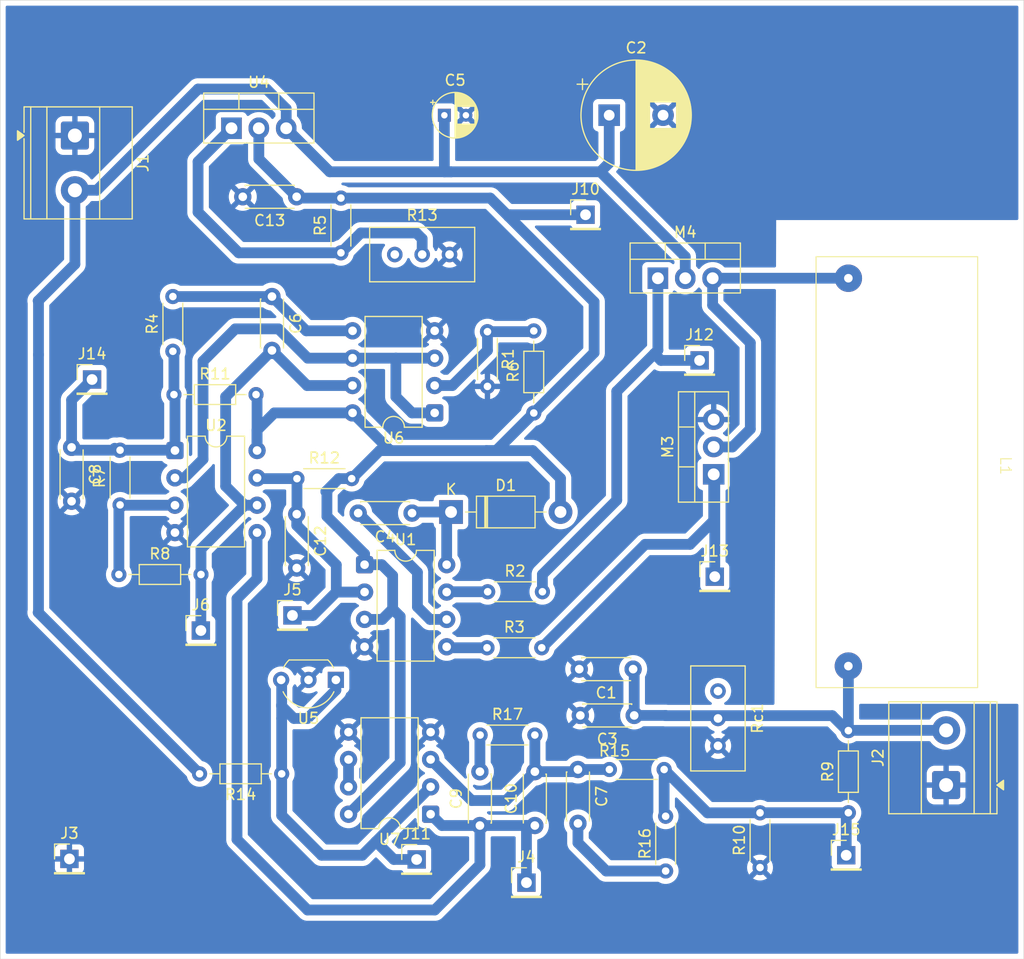
<source format=kicad_pcb>
(kicad_pcb (version 20241229) (generator "pcbnew") (generator_version "9.0")
  (layers (0 "F.Cu" signal) (2 "B.Cu" signal) (13 "F.Paste" user) (15 "B.Paste" user) (5 "F.SilkS" user "F.Silkscreen") (7 "B.SilkS" user "B.Silkscreen") (1 "F.Mask" user) (3 "B.Mask" user) (25 "Edge.Cuts" user))
  (net 0 "")
  (net 1 "GND")
  (net 2 "Vin")
  (net 3 "Vg1")
  (net 4 "HO")
  (net 5 "Vout")
  (net 6 "Net-(C9-Pad2)")
  (net 7 "sampling")
  (net 8 "Net-(C7-Pad2)")
  (net 9 "VCCPWM")
  (net 10 "pwm")
  (net 11 "cuadrada")
  (net 12 "Net-(U2A-+)")
  (net 13 "Triangular")
  (net 14 "LO")
  (net 15 "Vg2")
  (net 16 "Net-(U1-VS)")
  (net 17 "Net-(D1-K)")
  (net 18 "error")
  (net 19 "Net-(U2A--)")
  (net 20 "Vref")
  (net 21 "Vd")
  (net 22 "Net-(U4-ADJ)")
  (net 23 "Net-(U7A-+)")
  (net 24 "Net-(U6A--)")
  (net 25 "Net-(U7B--)")
  (net 26 "Net-(U6B-+)")
  (footprint "Package_TO_SOT_THT:TO-220-3_Vertical" (layer "F.Cu") (at 159.52 83.6)
    (property "Reference" "M4" (at 2.54 -4.27 0) (layer "F.SilkS"))
    (property "Value" "IRFZ44N")
    (pad "1" thru_hole rect (at 0 0) (size 1.905 2) (drill 1.1) (layers "*.Cu" "*.Mask") (net 3 "Vg1"))
    (pad "2" thru_hole oval (at 2.54 0) (size 1.905 2) (drill 1.1) (layers "*.Cu" "*.Mask") (net 2 "Vin"))
    (pad "3" thru_hole oval (at 5.08 0) (size 1.905 2) (drill 1.1) (layers "*.Cu" "*.Mask") (net 21 "Vd"))
  )
  (footprint "Capacitor_THT:CP_Radial_D10.0mm_P5.00mm" (layer "F.Cu") (at 155 68.467677)
    (property "Reference" "C2" (at 2.5 -6.25 0) (layer "F.SilkS"))
    (property "Value" "470u")
    (pad "1" thru_hole rect (at 0 0) (size 2 2) (drill 1) (layers "*.Cu" "*.Mask") (net 2 "Vin"))
    (pad "2" thru_hole circle (at 5 0) (size 2 2) (drill 1) (layers "*.Cu" "*.Mask") (net 1 "GND"))
  )
  (footprint "Capacitor_THT:C_Disc_D4.3mm_W1.9mm_P5.00mm" (layer "F.Cu") (at 126 105.5 -90)
    (property "Reference" "C12" (at 2.5 -2.2 90) (layer "F.SilkS"))
    (property "Value" "15p")
    (pad "1" thru_hole circle (at 0 0 270) (size 1.6 1.6) (drill 0.8) (layers "*.Cu" "*.Mask") (net 10 "pwm"))
    (pad "2" thru_hole circle (at 5 0 270) (size 1.6 1.6) (drill 0.8) (layers "*.Cu" "*.Mask") (net 1 "GND"))
  )
  (footprint "Capacitor_THT:C_Disc_D4.3mm_W1.9mm_P5.00mm" (layer "F.Cu") (at 157.220601 119.882332 180)
    (property "Reference" "C1" (at 2.5 -2.2 0) (layer "F.SilkS"))
    (property "Value" "10u")
    (pad "1" thru_hole circle (at 0 0 180) (size 1.6 1.6) (drill 0.8) (layers "*.Cu" "*.Mask") (net 5 "Vout"))
    (pad "2" thru_hole circle (at 5 0 180) (size 1.6 1.6) (drill 0.8) (layers "*.Cu" "*.Mask") (net 1 "GND"))
  )
  (footprint "Resistor_THT:R_Axial_DIN0204_L3.6mm_D1.6mm_P5.08mm_Horizontal" (layer "F.Cu") (at 169 138.3 90)
    (property "Reference" "R10" (at 2.54 -1.92 90) (layer "F.SilkS"))
    (property "Value" "5.6k")
    (pad "1" thru_hole circle (at 0 0 90) (size 1.4 1.4) (drill 0.7) (layers "*.Cu" "*.Mask") (net 1 "GND"))
    (pad "2" thru_hole oval (at 5.08 0 90) (size 1.4 1.4) (drill 0.7) (layers "*.Cu" "*.Mask") (net 7 "sampling"))
  )
  (footprint "Package_TO_SOT_THT:TO-220-3_Vertical" (layer "F.Cu") (at 119.94 69.68)
    (property "Reference" "U4" (at 2.54 -4.27 0) (layer "F.SilkS"))
    (property "Value" "LM317_TO-220")
    (pad "1" thru_hole rect (at 0 0) (size 1.905 2) (drill 1.1) (layers "*.Cu" "*.Mask") (net 22 "Net-(U4-ADJ)"))
    (pad "2" thru_hole oval (at 2.54 0) (size 1.905 2) (drill 1.1) (layers "*.Cu" "*.Mask") (net 9 "VCCPWM"))
    (pad "3" thru_hole oval (at 5.08 0) (size 1.905 2) (drill 1.1) (layers "*.Cu" "*.Mask") (net 2 "Vin"))
  )
  (footprint "Connector_PinHeader_2.54mm:PinHeader_1x01_P2.54mm_Vertical" (layer "F.Cu") (at 164.8 111.3)
    (property "Reference" "J13" (at 0 -2.38 0) (layer "F.SilkS"))
    (property "Value" "Conn_vg2")
    (pad "1" thru_hole rect (at 0 0) (size 1.7 1.7) (drill 1) (layers "*.Cu" "*.Mask") (net 15 "Vg2"))
  )
  (footprint "Capacitor_THT:C_Disc_D4.3mm_W1.9mm_P5.00mm" (layer "F.Cu") (at 105.1 99.3 -90)
    (property "Reference" "C8" (at 2.5 -2.2 90) (layer "F.SilkS"))
    (property "Value" "1.5p")
    (pad "1" thru_hole circle (at 0 0 270) (size 1.6 1.6) (drill 0.8) (layers "*.Cu" "*.Mask") (net 11 "cuadrada"))
    (pad "2" thru_hole circle (at 5 0 270) (size 1.6 1.6) (drill 0.8) (layers "*.Cu" "*.Mask") (net 1 "GND"))
  )
  (footprint "Connector_PinHeader_2.54mm:PinHeader_1x01_P2.54mm_Vertical" (layer "F.Cu") (at 152.804104 77.707727)
    (property "Reference" "J10" (at 0 -2.38 0) (layer "F.SilkS"))
    (property "Value" "Conn_vcc")
    (pad "1" thru_hole rect (at 0 0) (size 1.7 1.7) (drill 1) (layers "*.Cu" "*.Mask") (net 9 "VCCPWM"))
  )
  (footprint "Package_TO_SOT_THT:TO-92_Inline_Wide" (layer "F.Cu") (at 129.630563 120.882761 180)
    (property "Reference" "U5" (at 2.54 -3.56 0) (layer "F.SilkS"))
    (property "Value" "TL431LP")
    (pad "1" thru_hole rect (at 0 0 180) (size 1.5 1.5) (drill 0.8) (layers "*.Cu" "*.Mask") (net 20 "Vref"))
    (pad "2" thru_hole circle (at 2.54 0 180) (size 1.5 1.5) (drill 0.8) (layers "*.Cu" "*.Mask") (net 1 "GND"))
    (pad "3" thru_hole circle (at 5.08 0 180) (size 1.5 1.5) (drill 0.8) (layers "*.Cu" "*.Mask") (net 20 "Vref"))
  )
  (footprint "Capacitor_THT:C_Disc_D4.3mm_W1.9mm_P5.00mm" (layer "F.Cu") (at 152.1 129.2 -90)
    (property "Reference" "C7" (at 2.5 -2.2 90) (layer "F.SilkS"))
    (property "Value" "0.1n")
    (pad "1" thru_hole circle (at 0 0 270) (size 1.6 1.6) (drill 0.8) (layers "*.Cu" "*.Mask") (net 23 "Net-(U7A-+)"))
    (pad "2" thru_hole circle (at 5 0 270) (size 1.6 1.6) (drill 0.8) (layers "*.Cu" "*.Mask") (net 8 "Net-(C7-Pad2)"))
  )
  (footprint "TerminalBlock_Phoenix:TerminalBlock_Phoenix_MKDS-1,5-2-5.08_1x02_P5.08mm_Horizontal" (layer "F.Cu") (at 105.4075 70.355 -90)
    (property "Reference" "J1" (at 2.54 -6.32 90) (layer "F.SilkS"))
    (property "Value" "Vin")
    (pad "1" thru_hole roundrect (at 0 0 270) (size 2.6 2.6) (drill 1.3) (layers "*.Cu" "*.Mask") (roundrect_rratio 0.096154) (net 1 "GND"))
    (pad "2" thru_hole circle (at 5.08 0 270) (size 2.6 2.6) (drill 1.3) (layers "*.Cu" "*.Mask") (net 2 "Vin"))
  )
  (footprint "Connector_PinHeader_2.54mm:PinHeader_1x01_P2.54mm_Vertical" (layer "F.Cu") (at 163.390698 91.229148)
    (property "Reference" "J12" (at 0 -2.38 0) (layer "F.SilkS"))
    (property "Value" "Conn_vg1")
    (pad "1" thru_hole rect (at 0 0) (size 1.7 1.7) (drill 1) (layers "*.Cu" "*.Mask") (net 3 "Vg1"))
  )
  (footprint "Resistor_THT:R_Axial_DIN0204_L3.6mm_D1.6mm_P5.08mm_Horizontal" (layer "F.Cu") (at 126.02 102.2)
    (property "Reference" "R12" (at 2.54 -1.92 0) (layer "F.SilkS"))
    (property "Value" "1k")
    (pad "1" thru_hole circle (at 0 0) (size 1.4 1.4) (drill 0.7) (layers "*.Cu" "*.Mask") (net 10 "pwm"))
    (pad "2" thru_hole oval (at 5.08 0) (size 1.4 1.4) (drill 0.7) (layers "*.Cu" "*.Mask") (net 9 "VCCPWM"))
  )
  (footprint "Capacitor_THT:C_Disc_D4.3mm_W1.9mm_P5.00mm" (layer "F.Cu") (at 125.99 76.04 180)
    (property "Reference" "C13" (at 2.5 -2.2 0) (layer "F.SilkS"))
    (property "Value" "0.1u")
    (pad "1" thru_hole circle (at 0 0 180) (size 1.6 1.6) (drill 0.8) (layers "*.Cu" "*.Mask") (net 9 "VCCPWM"))
    (pad "2" thru_hole circle (at 5 0 180) (size 1.6 1.6) (drill 0.8) (layers "*.Cu" "*.Mask") (net 1 "GND"))
  )
  (footprint "Diode_THT:D_DO-41_SOD81_P10.16mm_Horizontal" (layer "F.Cu") (at 140.32 105.3)
    (property "Reference" "D1" (at 5.08 -2.47 0) (layer "F.SilkS"))
    (property "Value" "1N5817")
    (fp_text user "K" (at 0 -2.1 0) (layer "F.SilkS"))
    (pad "1" thru_hole rect (at 0 0) (size 2.2 2.2) (drill 1.1) (layers "*.Cu" "*.Mask") (net 17 "Net-(D1-K)"))
    (pad "2" thru_hole oval (at 10.16 0) (size 2.2 2.2) (drill 1.1) (layers "*.Cu" "*.Mask") (net 9 "VCCPWM"))
  )
  (footprint "Capacitor_THT:CP_Radial_D4.0mm_P2.00mm" (layer "F.Cu") (at 139.7 68.472599)
    (property "Reference" "C5" (at 1 -3.25 0) (layer "F.SilkS"))
    (property "Value" "10u")
    (pad "1" thru_hole rect (at 0 0) (size 1.2 1.2) (drill 0.6) (layers "*.Cu" "*.Mask") (net 2 "Vin"))
    (pad "2" thru_hole circle (at 2 0) (size 1.2 1.2) (drill 0.6) (layers "*.Cu" "*.Mask") (net 1 "GND"))
  )
  (footprint "Potentiometer_THT:Potentiometer_Bourns_3296W_Vertical" (layer "F.Cu") (at 140.18 81.4)
    (property "Reference" "R13" (at -2.54 -3.66 0) (layer "F.SilkS"))
    (property "Value" "R")
    (pad "1" thru_hole circle (at 0 0) (size 1.44 1.44) (drill 0.8) (layers "*.Cu" "*.Mask") (net 1 "GND"))
    (pad "2" thru_hole circle (at -2.54 0) (size 1.44 1.44) (drill 0.8) (layers "*.Cu" "*.Mask") (net 22 "Net-(U4-ADJ)"))
    (pad "3" thru_hole circle (at -5.08 0) (size 1.44 1.44) (drill 0.8) (layers "*.Cu" "*.Mask"))
  )
  (footprint "Capacitor_THT:C_Disc_D4.3mm_W1.9mm_P5.00mm" (layer "F.Cu") (at 148.1 134.4 90)
    (property "Reference" "C10" (at 2.5 -2.2 90) (layer "F.SilkS"))
    (property "Value" "1n")
    (pad "1" thru_hole circle (at 0 0 90) (size 1.6 1.6) (drill 0.8) (layers "*.Cu" "*.Mask") (net 18 "error"))
    (pad "2" thru_hole circle (at 5 0 90) (size 1.6 1.6) (drill 0.8) (layers "*.Cu" "*.Mask") (net 23 "Net-(U7A-+)"))
  )
  (footprint "Resistor_THT:R_Axial_DIN0204_L3.6mm_D1.6mm_P7.62mm_Horizontal" (layer "F.Cu") (at 109.49 111.1)
    (property "Reference" "R8" (at 3.81 -1.92 0) (layer "F.SilkS"))
    (property "Value" "47k")
    (pad "1" thru_hole circle (at 0 0) (size 1.4 1.4) (drill 0.7) (layers "*.Cu" "*.Mask") (net 12 "Net-(U2A-+)"))
    (pad "2" thru_hole oval (at 7.62 0) (size 1.4 1.4) (drill 0.7) (layers "*.Cu" "*.Mask") (net 13 "Triangular"))
  )
  (footprint "Resistor_THT:R_Axial_DIN0204_L3.6mm_D1.6mm_P5.08mm_Horizontal" (layer "F.Cu") (at 143.72 112.7)
    (property "Reference" "R2" (at 2.54 -1.92 0) (layer "F.SilkS"))
    (property "Value" "20")
    (pad "1" thru_hole circle (at 0 0) (size 1.4 1.4) (drill 0.7) (layers "*.Cu" "*.Mask") (net 4 "HO"))
    (pad "2" thru_hole oval (at 5.08 0) (size 1.4 1.4) (drill 0.7) (layers "*.Cu" "*.Mask") (net 3 "Vg1"))
  )
  (footprint "Connector_PinHeader_2.54mm:PinHeader_1x01_P2.54mm_Vertical" (layer "F.Cu") (at 137.126038 137.549204)
    (property "Reference" "J11" (at 0 -2.38 0) (layer "F.SilkS"))
    (property "Value" "Conn_vref")
    (pad "1" thru_hole rect (at 0 0) (size 1.7 1.7) (drill 1) (layers "*.Cu" "*.Mask") (net 20 "Vref"))
  )
  (footprint "Resistor_THT:R_Axial_DIN0204_L3.6mm_D1.6mm_P5.08mm_Horizontal" (layer "F.Cu") (at 143.7 88.56 -90)
    (property "Reference" "R1" (at 2.54 -1.92 90) (layer "F.SilkS"))
    (property "Value" "100k")
    (pad "1" thru_hole circle (at 0 0 270) (size 1.4 1.4) (drill 0.7) (layers "*.Cu" "*.Mask") (net 24 "Net-(U6A--)"))
    (pad "2" thru_hole oval (at 5.08 0 270) (size 1.4 1.4) (drill 0.7) (layers "*.Cu" "*.Mask") (net 1 "GND"))
  )
  (footprint "Capacitor_THT:C_Disc_D4.3mm_W1.9mm_P5.00mm" (layer "F.Cu") (at 123.7 85.3 -90)
    (property "Reference" "C6" (at 2.5 -2.2 90) (layer "F.SilkS"))
    (property "Value" "33p")
    (pad "1" thru_hole circle (at 0 0 270) (size 1.6 1.6) (drill 0.8) (layers "*.Cu" "*.Mask") (net 26 "Net-(U6B-+)"))
    (pad "2" thru_hole circle (at 5 0 270) (size 1.6 1.6) (drill 0.8) (layers "*.Cu" "*.Mask") (net 13 "Triangular"))
  )
  (footprint "TerminalBlock_Phoenix:TerminalBlock_Phoenix_MKDS-1,5-2-5.08_1x02_P5.08mm_Horizontal" (layer "F.Cu") (at 186.2725 130.645 90)
    (property "Reference" "J2" (at 2.54 -6.32 90) (layer "F.SilkS"))
    (property "Value" "Vout")
    (pad "1" thru_hole roundrect (at 0 0 90) (size 2.6 2.6) (drill 1.3) (layers "*.Cu" "*.Mask") (roundrect_rratio 0.096154) (net 1 "GND"))
    (pad "2" thru_hole circle (at 5.08 0 90) (size 2.6 2.6) (drill 1.3) (layers "*.Cu" "*.Mask") (net 5 "Vout"))
  )
  (footprint "Resistor_THT:R_Axial_DIN0204_L3.6mm_D1.6mm_P5.08mm_Horizontal" (layer "F.Cu") (at 143.66 117.9)
    (property "Reference" "R3" (at 2.54 -1.92 0) (layer "F.SilkS"))
    (property "Value" "20")
    (pad "1" thru_hole circle (at 0 0) (size 1.4 1.4) (drill 0.7) (layers "*.Cu" "*.Mask") (net 14 "LO"))
    (pad "2" thru_hole oval (at 5.08 0) (size 1.4 1.4) (drill 0.7) (layers "*.Cu" "*.Mask") (net 15 "Vg2"))
  )
  (footprint "Resistor_THT:R_Axial_DIN0204_L3.6mm_D1.6mm_P5.08mm_Horizontal" (layer "F.Cu") (at 114.5 90.38 90)
    (property "Reference" "R4" (at 2.54 -1.92 90) (layer "F.SilkS"))
    (property "Value" "100k")
    (pad "1" thru_hole circle (at 0 0 90) (size 1.4 1.4) (drill 0.7) (layers "*.Cu" "*.Mask") (net 11 "cuadrada"))
    (pad "2" thru_hole oval (at 5.08 0 90) (size 1.4 1.4) (drill 0.7) (layers "*.Cu" "*.Mask") (net 26 "Net-(U6B-+)"))
  )
  (footprint "Capacitor_THT:C_Disc_D4.3mm_W1.9mm_P5.00mm" (layer "F.Cu") (at 136.7 105.4 180)
    (property "Reference" "C4" (at 2.5 -2.2 0) (layer "F.SilkS"))
    (property "Value" "10n")
    (pad "1" thru_hole circle (at 0 0 180) (size 1.6 1.6) (drill 0.8) (layers "*.Cu" "*.Mask") (net 17 "Net-(D1-K)"))
    (pad "2" thru_hole circle (at 5 0 180) (size 1.6 1.6) (drill 0.8) (layers "*.Cu" "*.Mask") (net 16 "Net-(U1-VS)"))
  )
  (footprint "inductor:Untitled" (layer "F.Cu") (at 189.2 81.6 -90)
    (property "Reference" "L1" (at 19.4 -2.6 270) (layer "F.SilkS") (effects (font (thickness 0.1))))
    (property "Value" "300u")
    (pad "1" thru_hole circle (at 2 12 270) (size 2.54 2.54) (drill 0.8) (layers "*.Cu" "*.Mask") (net 21 "Vd"))
    (pad "2" thru_hole circle (at 38 12 270) (size 2.54 2.54) (drill 0.8) (layers "*.Cu" "*.Mask") (net 5 "Vout"))
  )
  (footprint "Package_DIP:DIP-8_W7.62mm" (layer "F.Cu") (at 138.425 133.35 180)
    (property "Reference" "U7" (at 3.81 -2.33 0) (layer "F.SilkS"))
    (property "Value" "TL082" (hide yes))
    (pad "1" thru_hole roundrect (at 0 0 180) (size 1.6 1.6) (drill 0.8) (layers "*.Cu" "*.Mask") (roundrect_rratio 0.15625) (net 18 "error"))
    (pad "2" thru_hole circle (at 0 2.54 180) (size 1.6 1.6) (drill 0.8) (layers "*.Cu" "*.Mask") (net 20 "Vref"))
    (pad "3" thru_hole circle (at 0 5.08 180) (size 1.6 1.6) (drill 0.8) (layers "*.Cu" "*.Mask") (net 23 "Net-(U7A-+)"))
    (pad "4" thru_hole circle (at 0 7.62 180) (size 1.6 1.6) (drill 0.8) (layers "*.Cu" "*.Mask") (net 1 "GND"))
    (pad "5" thru_hole circle (at 7.62 7.62 180) (size 1.6 1.6) (drill 0.8) (layers "*.Cu" "*.Mask") (net 1 "GND"))
    (pad "6" thru_hole circle (at 7.62 5.08 180) (size 1.6 1.6) (drill 0.8) (layers "*.Cu" "*.Mask") (net 25 "Net-(U7B--)"))
    (pad "7" thru_hole circle (at 7.62 2.54 180) (size 1.6 1.6) (drill 0.8) (layers "*.Cu" "*.Mask") (net 25 "Net-(U7B--)"))
    (pad "8" thru_hole circle (at 7.62 0 180) (size 1.6 1.6) (drill 0.8) (layers "*.Cu" "*.Mask") (net 9 "VCCPWM"))
  )
  (footprint "Resistor_THT:R_Axial_DIN0204_L3.6mm_D1.6mm_P7.62mm_Horizontal" (layer "F.Cu") (at 148 96.11 90)
    (property "Reference" "R6" (at 3.81 -1.92 90) (layer "F.SilkS"))
    (property "Value" "100k")
    (pad "1" thru_hole circle (at 0 0 90) (size 1.4 1.4) (drill 0.7) (layers "*.Cu" "*.Mask") (net 9 "VCCPWM"))
    (pad "2" thru_hole oval (at 7.62 0 90) (size 1.4 1.4) (drill 0.7) (layers "*.Cu" "*.Mask") (net 24 "Net-(U6A--)"))
  )
  (footprint "Resistor_THT:R_Axial_DIN0204_L3.6mm_D1.6mm_P7.62mm_Horizontal" (layer "F.Cu") (at 124.6 129.6 180)
    (property "Reference" "R14" (at 3.81 -1.92 180) (layer "F.SilkS"))
    (property "Value" "R")
    (pad "1" thru_hole circle (at 0 0 180) (size 1.4 1.4) (drill 0.7) (layers "*.Cu" "*.Mask") (net 20 "Vref"))
    (pad "2" thru_hole oval (at 7.62 0 180) (size 1.4 1.4) (drill 0.7) (layers "*.Cu" "*.Mask") (net 2 "Vin"))
  )
  (footprint "Connector_PinHeader_2.54mm:PinHeader_1x01_P2.54mm_Vertical" (layer "F.Cu") (at 104.9 137.5)
    (property "Reference" "J3" (at 0 -2.38 0) (layer "F.SilkS"))
    (property "Value" "Conn_gnd")
    (pad "1" thru_hole rect (at 0 0) (size 1.7 1.7) (drill 1) (layers "*.Cu" "*.Mask") (net 1 "GND"))
  )
  (footprint "Package_DIP:DIP-8_W7.62mm" (layer "F.Cu") (at 138.8 96.1 180)
    (property "Reference" "U6" (at 3.81 -2.33 0) (layer "F.SilkS"))
    (property "Value" "TL082")
    (pad "1" thru_hole roundrect (at 0 0 180) (size 1.6 1.6) (drill 0.8) (layers "*.Cu" "*.Mask") (roundrect_rratio 0.15625) (net 19 "Net-(U2A--)"))
    (pad "2" thru_hole circle (at 0 2.54 180) (size 1.6 1.6) (drill 0.8) (layers "*.Cu" "*.Mask") (net 24 "Net-(U6A--)"))
    (pad "3" thru_hole circle (at 0 5.08 180) (size 1.6 1.6) (drill 0.8) (layers "*.Cu" "*.Mask") (net 19 "Net-(U2A--)"))
    (pad "4" thru_hole circle (at 0 7.62 180) (size 1.6 1.6) (drill 0.8) (layers "*.Cu" "*.Mask") (net 1 "GND"))
    (pad "5" thru_hole circle (at 7.62 7.62 180) (size 1.6 1.6) (drill 0.8) (layers "*.Cu" "*.Mask") (net 26 "Net-(U6B-+)"))
    (pad "6" thru_hole circle (at 7.62 5.08 180) (size 1.6 1.6) (drill 0.8) (layers "*.Cu" "*.Mask") (net 19 "Net-(U2A--)"))
    (pad "7" thru_hole circle (at 7.62 2.54 180) (size 1.6 1.6) (drill 0.8) (layers "*.Cu" "*.Mask") (net 13 "Triangular"))
    (pad "8" thru_hole circle (at 7.62 0 180) (size 1.6 1.6) (drill 0.8) (layers "*.Cu" "*.Mask") (net 9 "VCCPWM"))
  )
  (footprint "Capacitor_THT:C_Disc_D4.3mm_W1.9mm_P5.00mm" (layer "F.Cu") (at 157.320601 124.182332 180)
    (property "Reference" "C3" (at 2.5 -2.2 0) (layer "F.SilkS"))
    (property "Value" "1n")
    (pad "1" thru_hole circle (at 0 0 180) (size 1.6 1.6) (drill 0.8) (layers "*.Cu" "*.Mask") (net 5 "Vout"))
    (pad "2" thru_hole circle (at 5 0 180) (size 1.6 1.6) (drill 0.8) (layers "*.Cu" "*.Mask") (net 1 "GND"))
  )
  (footprint "Package_DIP:DIP-8_W7.62mm" (layer "F.Cu") (at 132.295 110.19)
    (property "Reference" "U1" (at 3.81 -2.33 0) (layer "F.SilkS"))
    (property "Value" "IR2104")
    (pad "1" thru_hole roundrect (at 0 0) (size 1.6 1.6) (drill 0.8) (layers "*.Cu" "*.Mask") (roundrect_rratio 0.15625) (net 9 "VCCPWM"))
    (pad "2" thru_hole circle (at 0 2.54) (size 1.6 1.6) (drill 0.8) (layers "*.Cu" "*.Mask") (net 10 "pwm"))
    (pad "3" thru_hole circle (at 0 5.08) (size 1.6 1.6) (drill 0.8) (layers "*.Cu" "*.Mask") (net 9 "VCCPWM"))
    (pad "4" thru_hole circle (at 0 7.62) (size 1.6 1.6) (drill 0.8) (layers "*.Cu" "*.Mask") (net 1 "GND"))
    (pad "5" thru_hole circle (at 7.62 7.62) (size 1.6 1.6) (drill 0.8) (layers "*.Cu" "*.Mask") (net 14 "LO"))
    (pad "6" thru_hole circle (at 7.62 5.08) (size 1.6 1.6) (drill 0.8) (layers "*.Cu" "*.Mask") (net 16 "Net-(U1-VS)"))
    (pad "7" thru_hole circle (at 7.62 2.54) (size 1.6 1.6) (drill 0.8) (layers "*.Cu" "*.Mask") (net 4 "HO"))
    (pad "8" thru_hole circle (at 7.62 0) (size 1.6 1.6) (drill 0.8) (layers "*.Cu" "*.Mask") (net 17 "Net-(D1-K)"))
  )
  (footprint "Resistor_THT:R_Axial_DIN0204_L3.6mm_D1.6mm_P7.62mm_Horizontal" (layer "F.Cu") (at 177.2 133.21 90)
    (property "Reference" "R9" (at 3.81 -1.92 90) (layer "F.SilkS"))
    (property "Value" "15k")
    (pad "1" thru_hole circle (at 0 0 90) (size 1.4 1.4) (drill 0.7) (layers "*.Cu" "*.Mask") (net 7 "sampling"))
    (pad "2" thru_hole oval (at 7.62 0 90) (size 1.4 1.4) (drill 0.7) (layers "*.Cu" "*.Mask") (net 5 "Vout"))
  )
  (footprint "Connector_PinHeader_2.54mm:PinHeader_1x01_P2.54mm_Vertical" (layer "F.Cu") (at 125.6 114.9)
    (property "Reference" "J5" (at 0 -2.38 0) (layer "F.SilkS"))
    (property "Value" "Conn_pwm")
    (pad "1" thru_hole rect (at 0 0) (size 1.7 1.7) (drill 1) (layers "*.Cu" "*.Mask") (net 10 "pwm"))
  )
  (footprint "Connector_PinHeader_2.54mm:PinHeader_1x01_P2.54mm_Vertical" (layer "F.Cu") (at 107 93)
    (property "Reference" "J14" (at 0 -2.38 0) (layer "F.SilkS"))
    (property "Value" "Conn_cuadrada")
    (pad "1" thru_hole rect (at 0 0) (size 1.7 1.7) (drill 1) (layers "*.Cu" "*.Mask") (net 11 "cuadrada"))
  )
  (footprint "Resistor_THT:R_Axial_DIN0204_L3.6mm_D1.6mm_P5.08mm_Horizontal" (layer "F.Cu") (at 130.1 81.24 90)
    (property "Reference" "R5" (at 2.54 -1.92 90) (layer "F.SilkS"))
    (property "Value" "R")
    (pad "1" thru_hole circle (at 0 0 90) (size 1.4 1.4) (drill 0.7) (layers "*.Cu" "*.Mask") (net 22 "Net-(U4-ADJ)"))
    (pad "2" thru_hole oval (at 5.08 0 90) (size 1.4 1.4) (drill 0.7) (layers "*.Cu" "*.Mask") (net 9 "VCCPWM"))
  )
  (footprint "Resistor_THT:R_Axial_DIN0204_L3.6mm_D1.6mm_P5.08mm_Horizontal" (layer "F.Cu") (at 155.02 129.2)
    (property "Reference" "R15" (at 0.48 -1.72 0) (layer "F.SilkS"))
    (property "Value" "10k")
    (pad "1" thru_hole circle (at 0 0) (size 1.4 1.4) (drill 0.7) (layers "*.Cu" "*.Mask") (net 23 "Net-(U7A-+)"))
    (pad "2" thru_hole oval (at 5.08 0) (size 1.4 1.4) (drill 0.7) (layers "*.Cu" "*.Mask") (net 7 "sampling"))
  )
  (footprint "Capacitor_THT:C_Disc_D4.3mm_W1.9mm_P5.00mm" (layer "F.Cu") (at 143 134.4 90)
    (property "Reference" "C9" (at 2.5 -2.2 90) (layer "F.SilkS"))
    (property "Value" "100n")
    (pad "1" thru_hole circle (at 0 0 90) (size 1.6 1.6) (drill 0.8) (layers "*.Cu" "*.Mask") (net 18 "error"))
    (pad "2" thru_hole circle (at 5 0 90) (size 1.6 1.6) (drill 0.8) (layers "*.Cu" "*.Mask") (net 6 "Net-(C9-Pad2)"))
  )
  (footprint "Connector_PinHeader_2.54mm:PinHeader_1x01_P2.54mm_Vertical" (layer "F.Cu") (at 117.1 116.3)
    (property "Reference" "J6" (at 0 -2.38 0) (layer "F.SilkS"))
    (property "Value" "Conn_triangular")
    (pad "1" thru_hole rect (at 0 0) (size 1.7 1.7) (drill 1) (layers "*.Cu" "*.Mask") (net 13 "Triangular"))
  )
  (footprint "Package_DIP:DIP-8_W7.62mm" (layer "F.Cu") (at 114.695 99.59)
    (property "Reference" "U2" (at 3.81 -2.33 0) (layer "F.SilkS"))
    (property "Value" "LM393")
    (pad "1" thru_hole roundrect (at 0 0) (size 1.6 1.6) (drill 0.8) (layers "*.Cu" "*.Mask") (roundrect_rratio 0.15625) (net 11 "cuadrada"))
    (pad "2" thru_hole circle (at 0 2.54) (size 1.6 1.6) (drill 0.8) (layers "*.Cu" "*.Mask") (net 19 "Net-(U2A--)"))
    (pad "3" thru_hole circle (at 0 5.08) (size 1.6 1.6) (drill 0.8) (layers "*.Cu" "*.Mask") (net 12 "Net-(U2A-+)"))
    (pad "4" thru_hole circle (at 0 7.62) (size 1.6 1.6) (drill 0.8) (layers "*.Cu" "*.Mask") (net 1 "GND"))
    (pad "5" thru_hole circle (at 7.62 7.62) (size 1.6 1.6) (drill 0.8) (layers "*.Cu" "*.Mask") (net 18 "error"))
    (pad "6" thru_hole circle (at 7.62 5.08) (size 1.6 1.6) (drill 0.8) (layers "*.Cu" "*.Mask") (net 13 "Triangular"))
    (pad "7" thru_hole circle (at 7.62 2.54) (size 1.6 1.6) (drill 0.8) (layers "*.Cu" "*.Mask") (net 10 "pwm"))
    (pad "8" thru_hole circle (at 7.62 0) (size 1.6 1.6) (drill 0.8) (layers "*.Cu" "*.Mask") (net 9 "VCCPWM"))
  )
  (footprint "Connector_PinHeader_2.54mm:PinHeader_1x01_P2.54mm_Vertical" (layer "F.Cu") (at 147.32 139.7)
    (property "Reference" "J4" (at 0 -2.38 0) (layer "F.SilkS"))
    (property "Value" "Conn_error")
    (pad "1" thru_hole rect (at 0 0) (size 1.7 1.7) (drill 1) (layers "*.Cu" "*.Mask") (net 18 "error"))
  )
  (footprint "Resistor_THT:R_Axial_DIN0204_L3.6mm_D1.6mm_P5.08mm_Horizontal" (layer "F.Cu") (at 160.239398 138.620328 90)
    (property "Reference" "R16" (at 2.54 -1.92 90) (layer "F.SilkS"))
    (property "Value" "500")
    (pad "1" thru_hole circle (at 0 0 90) (size 1.4 1.4) (drill 0.7) (layers "*.Cu" "*.Mask") (net 8 "Net-(C7-Pad2)"))
    (pad "2" thru_hole oval (at 5.08 0 90) (size 1.4 1.4) (drill 0.7) (layers "*.Cu" "*.Mask") (net 7 "sampling"))
  )
  (footprint "Resistor_THT:R_Axial_DIN0204_L3.6mm_D1.6mm_P5.08mm_Horizontal" (layer "F.Cu") (at 109.6 104.64 90)
    (property "Reference" "R7" (at 2.54 -1.92 90) (layer "F.SilkS"))
    (property "Value" "100k")
    (pad "1" thru_hole circle (at 0 0 90) (size 1.4 1.4) (drill 0.7) (layers "*.Cu" "*.Mask") (net 12 "Net-(U2A-+)"))
    (pad "2" thru_hole oval (at 5.08 0 90) (size 1.4 1.4) (drill 0.7) (layers "*.Cu" "*.Mask") (net 11 "cuadrada"))
  )
  (footprint "Resistor_THT:R_Axial_DIN0204_L3.6mm_D1.6mm_P5.08mm_Horizontal" (layer "F.Cu") (at 143.02 126)
    (property "Reference" "R17" (at 2.54 -1.92 0) (layer "F.SilkS"))
    (property "Value" "10k")
    (pad "1" thru_hole circle (at 0 0) (size 1.4 1.4) (drill 0.7) (layers "*.Cu" "*.Mask") (net 6 "Net-(C9-Pad2)"))
    (pad "2" thru_hole oval (at 5.08 0) (size 1.4 1.4) (drill 0.7) (layers "*.Cu" "*.Mask") (net 23 "Net-(U7A-+)"))
  )
  (footprint "Connector_PinHeader_2.54mm:PinHeader_1x01_P2.54mm_Vertical" (layer "F.Cu") (at 177 137.16)
    (property "Reference" "J15" (at 0 -2.38 0) (layer "F.SilkS"))
    (property "Value" "Conn_sampling")
    (pad "1" thru_hole rect (at 0 0) (size 1.7 1.7) (drill 1) (layers "*.Cu" "*.Mask") (net 7 "sampling"))
  )
  (footprint "Package_TO_SOT_THT:TO-220-3_Vertical" (layer "F.Cu") (at 164.7 101.8 90)
    (property "Reference" "M3" (at 2.54 -4.27 90) (layer "F.SilkS"))
    (property "Value" "IRFZ44N")
    (pad "1" thru_hole rect (at 0 0 90) (size 1.905 2) (drill 1.1) (layers "*.Cu" "*.Mask") (net 15 "Vg2"))
    (pad "2" thru_hole oval (at 2.54 0 90) (size 1.905 2) (drill 1.1) (layers "*.Cu" "*.Mask") (net 21 "Vd"))
    (pad "3" thru_hole oval (at 5.08 0 90) (size 1.905 2) (drill 1.1) (layers "*.Cu" "*.Mask") (net 1 "GND"))
  )
  (footprint "Resistor_THT:R_Axial_DIN0204_L3.6mm_D1.6mm_P7.62mm_Horizontal" (layer "F.Cu") (at 114.6 94.4)
    (property "Reference" "R11" (at 3.81 -1.92 0) (layer "F.SilkS"))
    (property "Value" "1k")
    (pad "1" thru_hole circle (at 0 0) (size 1.4 1.4) (drill 0.7) (layers "*.Cu" "*.Mask") (net 11 "cuadrada"))
    (pad "2" thru_hole oval (at 7.62 0) (size 1.4 1.4) (drill 0.7) (layers "*.Cu" "*.Mask") (net 9 "VCCPWM"))
  )
  (footprint "Potentiometer_THT:Potentiometer_Bourns_3296W_Vertical" (layer "F.Cu") (at 165.1 127 -90)
    (property "Reference" "Rc1" (at -2.54 -3.66 90) (layer "F.SilkS"))
    (property "Value" "50")
    (pad "1" thru_hole circle (at 0 0 270) (size 1.44 1.44) (drill 0.8) (layers "*.Cu" "*.Mask") (net 1 "GND"))
    (pad "2" thru_hole circle (at -2.54 0 270) (size 1.44 1.44) (drill 0.8) (layers "*.Cu" "*.Mask") (net 5 "Vout"))
    (pad "3" thru_hole circle (at -5.08 0 270) (size 1.44 1.44) (drill 0.8) (layers "*.Cu" "*.Mask"))
  )
  (gr_line (start 193.48 146.8) (end 193.48 57.8) (stroke (width 0.05)) (layer "Edge.Cuts"))
  (gr_line (start 193.48 57.8) (end 98.48 57.8) (stroke (width 0.05)) (layer "Edge.Cuts"))
  (gr_line (start 98.48 57.8) (end 98.48 146.8) (stroke (width 0.05)) (layer "Edge.Cuts"))
  (gr_line (start 98.48 146.8) (end 193.48 146.8) (stroke (width 0.05)) (layer "Edge.Cuts"))
  (segment (start 155 68.467677) (end 155 72.9) (width 1) (layer "B.Cu") (net 2))
  (segment (start 155 72.9) (end 154.18 73.72) (width 1) (layer "B.Cu") (net 2))
  (segment (start 102.027401 114.592599) (end 102.027401 90.7) (width 1) (layer "B.Cu") (net 2))
  (segment (start 139.7 73.72) (end 139.7 68.472599) (width 1) (layer "B.Cu") (net 2))
  (segment (start 140.34 73.72) (end 154.18 73.72) (width 1) (layer "B.Cu") (net 2))
  (segment (start 105.4075 82.2925) (end 105.4075 75.435) (width 1) (layer "B.Cu") (net 2))
  (segment (start 102 114.62) (end 116.98 129.6) (width 1) (layer "B.Cu") (net 2))
  (segment (start 140.34 73.72) (end 129.06 73.72) (width 1) (layer "B.Cu") (net 2))
  (segment (start 154.995078 68.472599) (end 155 68.467677) (width 1) (layer "B.Cu") (net 2))
  (segment (start 125.02 67.87) (end 123.19 66.04) (width 1) (layer "B.Cu") (net 2))
  (segment (start 102 85.7) (end 105.4075 82.2925) (width 1) (layer "B.Cu") (net 2))
  (segment (start 162.06 81.6) (end 162.06 83.6) (width 1) (layer "B.Cu") (net 2))
  (segment (start 102.027401 85.727401) (end 102 85.7) (width 1) (layer "B.Cu") (net 2))
  (segment (start 102.027401 90.7) (end 102.027401 85.727401) (width 1) (layer "B.Cu") (net 2))
  (segment (start 116.84 66.04) (end 123.19 66.04) (width 1) (layer "B.Cu") (net 2))
  (segment (start 102 114.62) (end 102.027401 114.592599) (width 1) (layer "B.Cu") (net 2))
  (segment (start 154.18 73.72) (end 162.06 81.6) (width 1) (layer "B.Cu") (net 2))
  (segment (start 125.02 69.68) (end 125.02 67.87) (width 1) (layer "B.Cu") (net 2))
  (segment (start 105.4075 75.435) (end 107.445 75.435) (width 1) (layer "B.Cu") (net 2))
  (segment (start 129.06 73.72) (end 125.02 69.68) (width 1) (layer "B.Cu") (net 2))
  (segment (start 139.7 73.72) (end 140.34 73.72) (width 1) (layer "B.Cu") (net 2))
  (segment (start 107.445 75.435) (end 116.84 66.04) (width 1) (layer "B.Cu") (net 2))
  (segment (start 159.52 90.28) (end 159.52 83.6) (width 1) (layer "B.Cu") (net 3))
  (segment (start 159.19 90.61) (end 159.809148 91.229148) (width 1) (layer "B.Cu") (net 3))
  (segment (start 148.8 111.1) (end 148.8 112.7) (width 1) (layer "B.Cu") (net 3))
  (segment (start 155.7 104.2) (end 148.8 111.1) (width 1) (layer "B.Cu") (net 3))
  (segment (start 155.7 104.2) (end 155.7 94.1) (width 1) (layer "B.Cu") (net 3))
  (segment (start 159.19 90.61) (end 159.52 90.28) (width 1) (layer "B.Cu") (net 3))
  (segment (start 155.7 94.1) (end 159.19 90.61) (width 1) (layer "B.Cu") (net 3))
  (segment (start 159.809148 91.229148) (end 163.390698 91.229148) (width 1) (layer "B.Cu") (net 3))
  (segment (start 139.945 112.7) (end 139.915 112.73) (width 1) (layer "B.Cu") (net 4))
  (segment (start 143.72 112.7) (end 139.945 112.7) (width 1) (layer "B.Cu") (net 4))
  (segment (start 186.2725 125.565) (end 177.225 125.565) (width 1) (layer "B.Cu") (net 5))
  (segment (start 177.09 125.59) (end 177.2 125.59) (width 1) (layer "B.Cu") (net 5))
  (segment (start 175.7 124.2) (end 177.09 125.59) (width 1) (layer "B.Cu") (net 5))
  (segment (start 157.320601 119.982332) (end 157.220601 119.882332) (width 1) (layer "B.Cu") (net 5))
  (segment (start 160.24 124.2) (end 175.7 124.2) (width 1) (layer "B.Cu") (net 5))
  (segment (start 177.225 125.565) (end 177.2 125.59) (width 1) (layer "B.Cu") (net 5))
  (segment (start 157.320601 124.182332) (end 160.222332 124.182332) (width 1) (layer "B.Cu") (net 5))
  (segment (start 160.222332 124.182332) (end 160.24 124.2) (width 1) (layer "B.Cu") (net 5))
  (segment (start 157.320601 124.182332) (end 157.320601 119.982332) (width 1) (layer "B.Cu") (net 5))
  (segment (start 177.2 119.6) (end 177.2 125.59) (width 1) (layer "B.Cu") (net 5))
  (segment (start 143 129.4) (end 143 126.02) (width 1) (layer "B.Cu") (net 6))
  (segment (start 143 126.02) (end 143.02 126) (width 1) (layer "B.Cu") (net 6))
  (segment (start 160.239398 133.540328) (end 160.1 133.40093) (width 0.2) (layer "B.Cu") (net 7))
  (segment (start 169 133.22) (end 164.12 133.22) (width 1) (layer "B.Cu") (net 7))
  (segment (start 164.12 133.22) (end 160.1 129.2) (width 1) (layer "B.Cu") (net 7))
  (segment (start 169.01 133.21) (end 169 133.22) (width 1) (layer "B.Cu") (net 7))
  (segment (start 177 133.41) (end 177 137.16) (width 1) (layer "B.Cu") (net 7))
  (segment (start 177.2 133.21) (end 177 133.41) (width 1) (layer "B.Cu") (net 7))
  (segment (start 160.1 133.40093) (end 160.1 129.2) (width 1) (layer "B.Cu") (net 7))
  (segment (start 177.2 133.21) (end 169.01 133.21) (width 1) (layer "B.Cu") (net 7))
  (segment (start 154.1 138) (end 154.414678 138.314678) (width 1) (layer "B.Cu") (net 8))
  (segment (start 152.1 136) (end 154.1 138) (width 1) (layer "B.Cu") (net 8))
  (segment (start 152.1 134.2) (end 152.1 136) (width 1) (layer "B.Cu") (net 8))
  (segment (start 154.1 138) (end 154.720328 138.620328) (width 1) (layer "B.Cu") (net 8))
  (segment (start 154.720328 138.620328) (end 160.239398 138.620328) (width 1) (layer "B.Cu") (net 8))
  (segment (start 135.601099 128.553901) (end 135.601099 115.001099) (width 1) (layer "B.Cu") (net 9))
  (segment (start 125.99 76.04) (end 122.48 72.53) (width 1) (layer "B.Cu") (net 9))
  (segment (start 143.6 99.6) (end 144.51 99.6) (width 1) (layer "B.Cu") (net 9))
  (segment (start 148 96.11) (end 153.6 90.51) (width 1) (layer "B.Cu") (net 9))
  (segment (start 122.315 99.59) (end 122.315 97.705) (width 1) (layer "B.Cu") (net 9))
  (segment (start 134.9 111.2) (end 133.89 110.19) (width 1) (layer "B.Cu") (net 9))
  (segment (start 128.8 105.7) (end 128.8 103.5) (width 1) (layer "B.Cu") (net 9))
  (segment (start 122.315 99.59) (end 122.315 94.495) (width 1) (layer "B.Cu") (net 9))
  (segment (start 122.22 99.495) (end 122.315 99.59) (width 1) (layer "B.Cu") (net 9))
  (segment (start 130.805 133.35) (end 135.601099 128.553901) (width 1) (layer "B.Cu") (net 9))
  (segment (start 133.89 110.19) (end 132.295 110.19) (width 1) (layer "B.Cu") (net 9))
  (segment (start 132.295 115.27) (end 133.93 115.27) (width 1) (layer "B.Cu") (net 9))
  (segment (start 153.6 85.8) (end 145.66 77.86) (width 1) (layer "B.Cu") (net 9))
  (segment (start 150.48 102.18) (end 147.9 99.6) (width 1) (layer "B.Cu") (net 9))
  (segment (start 122.315 94.495) (end 122.22 94.4) (width 1) (layer "B.Cu") (net 9))
  (segment (start 128.8 103.5) (end 128.7 103.4) (width 1) (layer "B.Cu") (net 9))
  (segment (start 122.48 72.53) (end 122.48 69.68) (width 1) (layer "B.Cu") (net 9))
  (segment (start 145.66 77.86) (end 143.96 76.16) (width 1) (layer "B.Cu") (net 9))
  (segment (start 128.7 103.4) (end 129.9 102.2) (width 1) (layer "B.Cu") (net 9))
  (segment (start 134.9 114.3) (end 134.9 111.2) (width 1) (layer "B.Cu") (net 9))
  (segment (start 147.9 99.6) (end 143.6 99.6) (width 1) (layer "B.Cu") (net 9))
  (segment (start 134.68 99.6) (end 134.8 99.6) (width 1) (layer "B.Cu") (net 9))
  (segment (start 145.66 77.86) (end 145.812273 77.707727) (width 1) (layer "B.Cu") (net 9))
  (segment (start 131.1 102.2) (end 133.7 99.6) (width 1) (layer "B.Cu") (net 9))
  (segment (start 131.18 96.1) (end 134.68 99.6) (width 1) (layer "B.Cu") (net 9))
  (segment (start 122.315 97.705) (end 123.92 96.1) (width 1) (layer "B.Cu") (net 9))
  (segment (start 134.68 99.6) (end 143.6 99.6) (width 1) (layer "B.Cu") (net 9))
  (segment (start 133.7 99.6) (end 134.8 99.6) (width 1) (layer "B.Cu") (net 9))
  (segment (start 144.51 99.6) (end 148 96.11) (width 1) (layer "B.Cu") (net 9))
  (segment (start 133.93 115.27) (end 134.9 114.3) (width 1) (layer "B.Cu") (net 9))
  (segment (start 130.1 76.16) (end 126.11 76.16) (width 1) (layer "B.Cu") (net 9))
  (segment (start 123.92 96.1) (end 131.18 96.1) (width 1) (layer "B.Cu") (net 9))
  (segment (start 153.6 90.51) (end 153.6 85.8) (width 1) (layer "B.Cu") (net 9))
  (segment (start 130.1 76.16) (end 143.96 76.16) (width 1) (layer "B.Cu") (net 9))
  (segment (start 129.9 102.2) (end 131.1 102.2) (width 1) (layer "B.Cu") (net 9))
  (segment (start 150.48 105.3) (end 150.48 102.18) (width 1) (layer "B.Cu") (net 9))
  (segment (start 126.11 76.16) (end 125.99 76.04) (width 1) (layer "B.Cu") (net 9))
  (segment (start 145.812273 77.707727) (end 152.804104 77.707727) (width 1) (layer "B.Cu") (net 9))
  (segment (start 132.295 109.195) (end 128.8 105.7) (width 1) (layer "B.Cu") (net 9))
  (segment (start 132.295 110.19) (end 132.295 109.195) (width 1) (layer "B.Cu") (net 9))
  (segment (start 135.601099 115.001099) (end 134.9 114.3) (width 1) (layer "B.Cu") (net 9))
  (segment (start 126.02 102.2) (end 122.385 102.2) (width 1) (layer "B.Cu") (net 10))
  (segment (start 125.6 114.9) (end 127.5 114.9) (width 1) (layer "B.Cu") (net 10))
  (segment (start 126 102.22) (end 126.02 102.2) (width 1) (layer "B.Cu") (net 10))
  (segment (start 126 106.542466) (end 126 105.5) (width 1) (layer "B.Cu") (net 10))
  (segment (start 126.02 102.2) (end 126.02 105.48) (width 1) (layer "B.Cu") (net 10))
  (segment (start 129.67 112.73) (end 129.67 110.212466) (width 1) (layer "B.Cu") (net 10))
  (segment (start 126.02 105.48) (end 126 105.5) (width 1) (layer "B.Cu") (net 10))
  (segment (start 132.295 112.73) (end 131.63 112.73) (width 1) (layer "B.Cu") (net 10))
  (segment (start 127.5 114.9) (end 129.67 112.73) (width 1) (layer "B.Cu") (net 10))
  (segment (start 129.67 110.212466) (end 126 106.542466) (width 1) (layer "B.Cu") (net 10))
  (segment (start 129.67 112.73) (end 132.295 112.73) (width 1) (layer "B.Cu") (net 10))
  (segment (start 122.385 102.2) (end 122.315 102.13) (width 1) (layer "B.Cu") (net 10))
  (segment (start 114.6 90.48) (end 114.5 90.38) (width 1) (layer "B.Cu") (net 11))
  (segment (start 109.49 99.77) (end 109.1 99.38) (width 1) (layer "B.Cu") (net 11))
  (segment (start 114.5 94.3) (end 114.6 94.4) (width 1) (layer "B.Cu") (net 11))
  (segment (start 105.1 94.9) (end 107 93) (width 1) (layer "B.Cu") (net 11))
  (segment (start 114.695 99.59) (end 114.39 99.59) (width 1) (layer "B.Cu") (net 11))
  (segment (start 114.695 99.59) (end 114.695 94.495) (width 1) (layer "B.Cu") (net 11))
  (segment (start 114.6 94.4) (end 114.6 90.48) (width 1) (layer "B.Cu") (net 11))
  (segment (start 109.6 99.56) (end 114.665 99.56) (width 1) (layer "B.Cu") (net 11))
  (segment (start 114.665 99.56) (end 114.695 99.59) (width 1) (layer "B.Cu") (net 11))
  (segment (start 109.6 99.56) (end 105.36 99.56) (width 1) (layer "B.Cu") (net 11))
  (segment (start 105.36 99.56) (end 105.1 99.3) (width 1) (layer "B.Cu") (net 11))
  (segment (start 105.1 99.3) (end 105.1 94.9) (width 1) (layer "B.Cu") (net 11))
  (segment (start 114.695 94.495) (end 114.6 94.4) (width 1) (layer "B.Cu") (net 11))
  (segment (start 114.695 104.67) (end 109.63 104.67) (width 1) (layer "B.Cu") (net 12))
  (segment (start 109.49 111.1) (end 109.49 104.75) (width 1) (layer "B.Cu") (net 12))
  (segment (start 109.63 104.67) (end 109.6 104.64) (width 1) (layer "B.Cu") (net 12))
  (segment (start 109.49 104.75) (end 109.6 104.64) (width 1) (layer "B.Cu") (net 12))
  (segment (start 121.17 104.67) (end 119.4 102.9) (width 1) (layer "B.Cu") (net 13))
  (segment (start 131.18 93.56) (end 126.96 93.56) (width 1) (layer "B.Cu") (net 13))
  (segment (start 123.5 90.3) (end 123.7 90.3) (width 1) (layer "B.Cu") (net 13))
  (segment (start 117.1 116.3) (end 117.1 111.11) (width 1) (layer "B.Cu") (net 13))
  (segment (start 126.96 93.56) (end 123.7 90.3) (width 1) (layer "B.Cu") (net 13))
  (segment (start 117.1 111.11) (end 117.11 111.1) (width 1) (layer "B.Cu") (net 13))
  (segment (start 119.4 94.6) (end 123.7 90.3) (width 1) (layer "B.Cu") (net 13))
  (segment (start 122.315 104.67) (end 121.17 104.67) (width 1) (layer "B.Cu") (net 13))
  (segment (start 117.11 111.1) (end 117.11 108.73) (width 1) (layer "B.Cu") (net 13))
  (segment (start 119.4 102.9) (end 119.4 94.6) (width 1) (layer "B.Cu") (net 13))
  (segment (start 117.11 108.73) (end 121.17 104.67) (width 1) (layer "B.Cu") (net 13))
  (segment (start 140.005 117.9) (end 139.915 117.81) (width 1) (layer "B.Cu") (net 14))
  (segment (start 143.66 117.9) (end 140.005 117.9) (width 1) (layer "B.Cu") (net 14))
  (segment (start 148.74 117.9) (end 158.34 108.3) (width 1) (layer "B.Cu") (net 15))
  (segment (start 164.8 101.9) (end 164.7 101.8) (width 1) (layer "B.Cu") (net 15))
  (segment (start 158.34 108.3) (end 162.5 108.3) (width 1) (layer "B.Cu") (net 15))
  (segment (start 162.5 108.3) (end 164.7 106.1) (width 1) (layer "B.Cu") (net 15))
  (segment (start 164.8 111.3) (end 164.8 101.9) (width 1) (layer "B.Cu") (net 15))
  (segment (start 164.9 111.3) (end 164.7 111.1) (width 1) (layer "B.Cu") (net 15))
  (segment (start 164.7 106.1) (end 164.7 101.8) (width 1) (layer "B.Cu") (net 15))
  (segment (start 138.37 115.27) (end 139.915 115.27) (width 1) (layer "B.Cu") (net 16))
  (segment (start 137.2 110.9) (end 137.2 114.1) (width 1) (layer "B.Cu") (net 16))
  (segment (start 131.7 105.4) (end 137.2 110.9) (width 1) (layer "B.Cu") (net 16))
  (segment (start 137.2 114.1) (end 138.37 115.27) (width 1) (layer "B.Cu") (net 16))
  (segment (start 139.915 105.705) (end 140.32 105.3) (width 1) (layer "B.Cu") (net 17))
  (segment (start 136.8 105.3) (end 136.7 105.4) (width 1) (layer "B.Cu") (net 17))
  (segment (start 140.32 105.3) (end 136.8 105.3) (width 1) (layer "B.Cu") (net 17))
  (segment (start 139.915 110.19) (end 139.915 105.705) (width 1) (layer "B.Cu") (net 17))
  (segment (start 147.32 134.4) (end 147.32 139.7) (width 1) (layer "B.Cu") (net 18))
  (segment (start 147.32 134.4) (end 148.1 134.4) (width 1) (layer "B.Cu") (net 18))
  (segment (start 127 142.24) (end 138.81 142.24) (width 1) (layer "B.Cu") (net 18))
  (segment (start 138.81 142.24) (end 143 138.05) (width 1) (layer "B.Cu") (net 18))
  (segment (start 143 138.05) (end 143 134.4) (width 1) (layer "B.Cu") (net 18))
  (segment (start 122.315 111.485) (end 120.45359 113.34641) (width 1) (layer "B.Cu") (net 18))
  (segment (start 143 134.4) (end 147.32 134.4) (width 1) (layer "B.Cu") (net 18))
  (segment (start 122.315 107.21) (end 122.315 111.485) (width 1) (layer "B.Cu") (net 18))
  (segment (start 143 134.4) (end 139.475 134.4) (width 1) (layer "B.Cu") (net 18))
  (segment (start 120.45359 113.34641) (end 120.45359 135.69359) (width 1) (layer "B.Cu") (net 18))
  (segment (start 139.475 134.4) (end 138.425 133.35) (width 1) (layer "B.Cu") (net 18))
  (segment (start 120.45359 135.69359) (end 127 142.24) (width 1) (layer "B.Cu") (net 18))
  (segment (start 127.02 91.02) (end 124.3 88.3) (width 1) (layer "B.Cu") (net 19))
  (segment (start 120.3 88.3) (end 117.3 91.3) (width 1) (layer "B.Cu") (net 19))
  (segment (start 138.8 96.1) (end 136.7 96.1) (width 1) (layer "B.Cu") (net 19))
  (segment (start 136.7 96.1) (end 135.2 94.6) (width 1) (layer "B.Cu") (net 19))
  (segment (start 124.3 88.3) (end 120.3 88.3) (width 1) (layer "B.Cu") (net 19))
  (segment (start 131.18 91.02) (end 127.02 91.02) (width 1) (layer "B.Cu") (net 19))
  (segment (start 117.3 100.4) (end 115.57 102.13) (width 1) (layer "B.Cu") (net 19))
  (segment (start 115.57 102.13) (end 114.695 102.13) (width 1) (layer "B.Cu") (net 19))
  (segment (start 131.18 91.02) (end 135.2 91.02) (width 1) (layer "B.Cu") (net 19))
  (segment (start 135.2 91.02) (end 138.8 91.02) (width 1) (layer "B.Cu") (net 19))
  (segment (start 117.3 91.3) (end 117.3 100.4) (width 1) (layer "B.Cu") (net 19))
  (segment (start 135.2 94.6) (end 135.2 91.02) (width 1) (layer "B.Cu") (net 19))
  (segment (start 133.35 135.89) (end 138.425 130.815) (width 1) (layer "B.Cu") (net 20))
  (segment (start 124.6 123.19) (end 124.6 123.33) (width 1) (layer "B.Cu") (net 20))
  (segment (start 129.630563 121.829437) (end 129.630563 120.882761) (width 1) (layer "B.Cu") (net 20))
  (segment (start 135.009204 137.549204) (end 137.126038 137.549204) (width 1) (layer "B.Cu") (net 20))
  (segment (start 124.6 133.45677) (end 128.30323 137.16) (width 1) (layer "B.Cu") (net 20))
  (segment (start 124.6 124.46) (end 124.6 123.19) (width 1) (layer "B.Cu") (net 20))
  (segment (start 125.73 124.46) (end 127 124.46) (width 1) (layer "B.Cu") (net 20))
  (segment (start 124.6 129.6) (end 124.6 124.46) (width 1) (layer "B.Cu") (net 20))
  (segment (start 124.6 123.33) (end 125.73 124.46) (width 1) (layer "B.Cu") (net 20))
  (segment (start 138.425 130.815) (end 138.425 130.81) (width 1) (layer "B.Cu") (net 20))
  (segment (start 124.6 129.6) (end 124.6 133.45677) (width 1) (layer "B.Cu") (net 20))
  (segment (start 127 124.46) (end 129.630563 121.829437) (width 1) (layer "B.Cu") (net 20))
  (segment (start 132.08 137.16) (end 133.35 135.89) (width 1) (layer "B.Cu") (net 20))
  (segment (start 133.35 135.89) (end 135.009204 137.549204) (width 1) (layer "B.Cu") (net 20))
  (segment (start 124.6 123.19) (end 124.6 121.333753) (width 1) (layer "B.Cu") (net 20))
  (segment (start 128.30323 137.16) (end 132.08 137.16) (width 1) (layer "B.Cu") (net 20))
  (segment (start 168.1 89.6) (end 168.1 97.6) (width 1) (layer "B.Cu") (net 21))
  (segment (start 177.2 83.6) (end 164.6 83.6) (width 1) (layer "B.Cu") (net 21))
  (segment (start 164.6 86.1) (end 168.1 89.6) (width 1) (layer "B.Cu") (net 21))
  (segment (start 164.6 83.6) (end 164.6 86.1) (width 1) (layer "B.Cu") (net 21))
  (segment (start 168.1 97.6) (end 166.44 99.26) (width 1) (layer "B.Cu") (net 21))
  (segment (start 166.44 99.26) (end 164.7 99.26) (width 1) (layer "B.Cu") (net 21))
  (segment (start 137.1 79.4) (end 131.94 79.4) (width 1) (layer "B.Cu") (net 22))
  (segment (start 116.84 72.78) (end 119.94 69.68) (width 1) (layer "B.Cu") (net 22))
  (segment (start 137.64 81.4) (end 137.64 79.94) (width 1) (layer "B.Cu") (net 22))
  (segment (start 137.64 79.94) (end 137.1 79.4) (width 1) (layer "B.Cu") (net 22))
  (segment (start 130.1 81.24) (end 120.61 81.24) (width 1) (layer "B.Cu") (net 22))
  (segment (start 131.94 79.4) (end 130.1 81.24) (width 1) (layer "B.Cu") (net 22))
  (segment (start 116.84 77.47) (end 116.84 72.78) (width 1) (layer "B.Cu") (net 22))
  (segment (start 120.61 81.24) (end 116.84 77.47) (width 1) (layer "B.Cu") (net 22))
  (segment (start 148.1 129.4) (end 145.42 132.08) (width 1) (layer "B.Cu") (net 23))
  (segment (start 142.235 132.08) (end 138.425 128.27) (width 1) (layer "B.Cu") (net 23))
  (segment (start 148.1 129.4) (end 151.9 129.4) (width 1) (layer "B.Cu") (net 23))
  (segment (start 145.42 132.08) (end 142.235 132.08) (width 1) (layer "B.Cu") (net 23))
  (segment (start 151.9 129.4) (end 152.1 129.2) (width 1) (layer "B.Cu") (net 23))
  (segment (start 148.1 129.4) (end 148.1 126) (width 1) (layer "B.Cu") (net 23))
  (segment (start 155.02 129.2) (end 152.1 129.2) (width 1) (layer "B.Cu") (net 23))
  (segment (start 147.93 88.56) (end 148 88.49) (width 1) (layer "B.Cu") (net 24))
  (segment (start 138.8 93.56) (end 140.44 93.56) (width 1) (layer "B.Cu") (net 24))
  (segment (start 143.7 90.3) (end 143.7 88.56) (width 1) (layer "B.Cu") (net 24))
  (segment (start 140.44 93.56) (end 143.7 90.3) (width 1) (layer "B.Cu") (net 24))
  (segment (start 143.7 88.56) (end 147.93 88.56) (width 1) (layer "B.Cu") (net 24))
  (segment (start 130.805 128.27) (end 130.805 130.81) (width 1) (layer "B.Cu") (net 25))
  (segment (start 131.18 88.48) (end 126.88 88.48) (width 1) (layer "B.Cu") (net 26))
  (segment (start 126.88 88.48) (end 123.7 85.3) (width 1) (layer "B.Cu") (net 26))
  (segment (start 114.5 85.3) (end 123.7 85.3) (width 1) (layer "B.Cu") (net 26))
  (zone (net 1) (net_name "GND") (layer "B.Cu") (connect_pads (clearance 0.5)) (min_thickness 0.25) (fill yes (thermal_gap 0.5) (thermal_bridge_width 0.5))
    (polygon (pts (xy 98.5 57.8) (xy 193.5 57.8) (xy 193.5 78.2) (xy 170.5 78.2) (xy 170.34 123.1) (xy 193.5 123.1) (xy 193.5 146.8) (xy 98.5 146.8)))
  )
)
</source>
